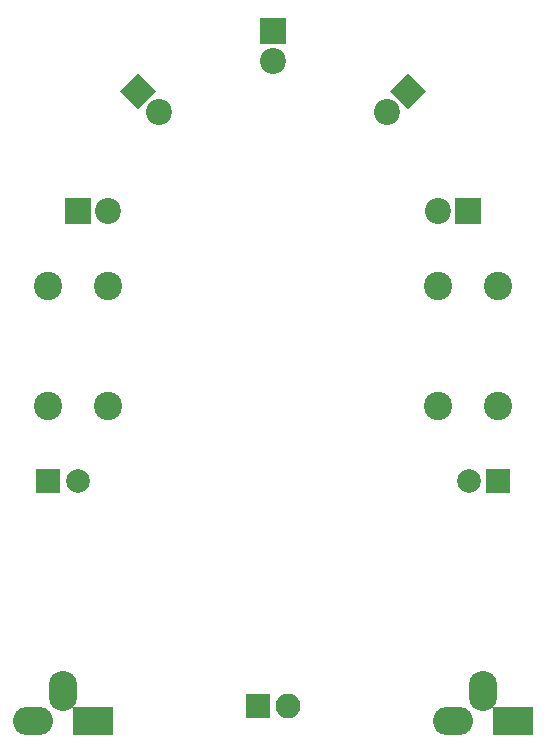
<source format=gts>
G04 #@! TF.FileFunction,Soldermask,Top*
%FSLAX46Y46*%
G04 Gerber Fmt 4.6, Leading zero omitted, Abs format (unit mm)*
G04 Created by KiCad (PCBNEW 4.0.5-e0-6337~49~ubuntu16.04.1) date Sat May 13 14:24:54 2017*
%MOMM*%
%LPD*%
G01*
G04 APERTURE LIST*
%ADD10C,0.100000*%
%ADD11C,2.200000*%
%ADD12R,2.200000X2.200000*%
%ADD13O,2.400000X3.400000*%
%ADD14R,3.400000X2.400000*%
%ADD15O,3.400000X2.400000*%
%ADD16C,2.398980*%
%ADD17R,2.000000X2.000000*%
%ADD18C,2.000000*%
%ADD19R,2.100000X2.100000*%
%ADD20O,2.100000X2.100000*%
G04 APERTURE END LIST*
D10*
G36*
X11144365Y57150000D02*
X12700000Y58705635D01*
X14255635Y57150000D01*
X12700000Y55594365D01*
X11144365Y57150000D01*
X11144365Y57150000D01*
G37*
D11*
X14496051Y55353949D03*
D10*
G36*
X35560000Y58705635D02*
X37115635Y57150000D01*
X35560000Y55594365D01*
X34004365Y57150000D01*
X35560000Y58705635D01*
X35560000Y58705635D01*
G37*
D11*
X33763949Y55353949D03*
D12*
X7620000Y46990000D03*
D11*
X10160000Y46990000D03*
D12*
X24130000Y62230000D03*
D11*
X24130000Y59690000D03*
D12*
X40640000Y46990000D03*
D11*
X38100000Y46990000D03*
D13*
X6350000Y6350000D03*
D14*
X8890000Y3810000D03*
D15*
X3810000Y3810000D03*
D13*
X41910000Y6350000D03*
D14*
X44450000Y3810000D03*
D15*
X39370000Y3810000D03*
D16*
X5080000Y40640000D03*
X5080000Y30480000D03*
X43180000Y40640000D03*
X43180000Y30480000D03*
X10160000Y40640000D03*
X10160000Y30480000D03*
X38100000Y40640000D03*
X38100000Y30480000D03*
D17*
X5080000Y24130000D03*
D18*
X7580000Y24130000D03*
D17*
X43180000Y24130000D03*
D18*
X40680000Y24130000D03*
D19*
X22860000Y5080000D03*
D20*
X25400000Y5080000D03*
M02*

</source>
